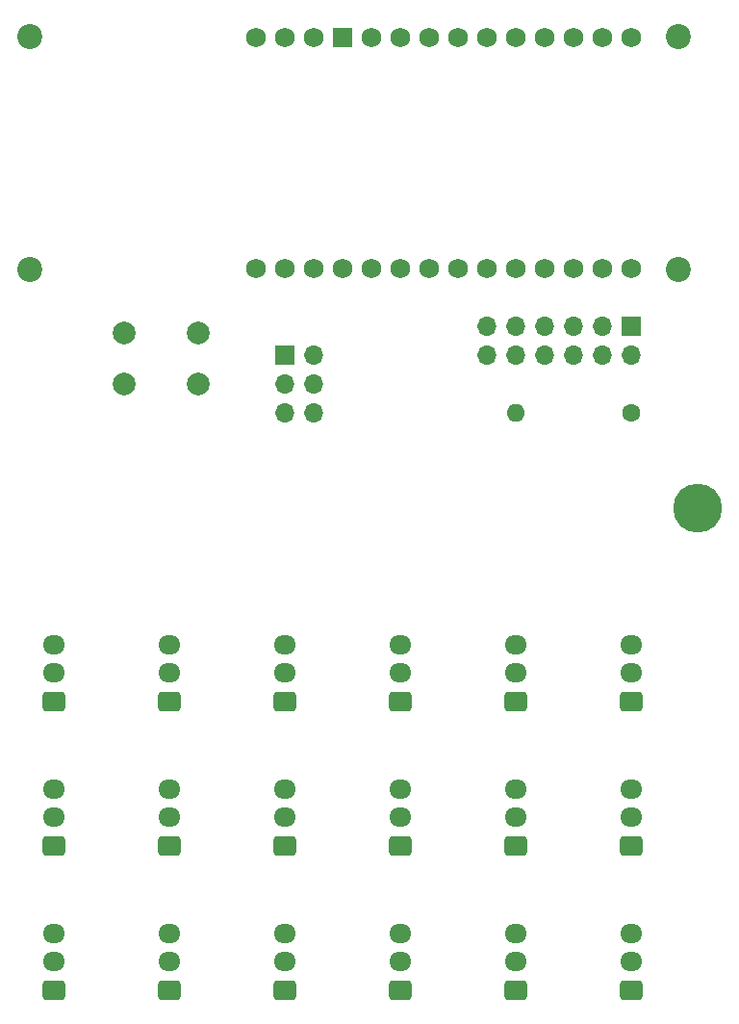
<source format=gbr>
%TF.GenerationSoftware,KiCad,Pcbnew,7.0.10-1.fc39*%
%TF.CreationDate,2024-02-14T22:36:15-06:00*%
%TF.ProjectId,mkr-sensor-shield,6d6b722d-7365-46e7-936f-722d73686965,rev?*%
%TF.SameCoordinates,Original*%
%TF.FileFunction,Soldermask,Top*%
%TF.FilePolarity,Negative*%
%FSLAX46Y46*%
G04 Gerber Fmt 4.6, Leading zero omitted, Abs format (unit mm)*
G04 Created by KiCad (PCBNEW 7.0.10-1.fc39) date 2024-02-14 22:36:15*
%MOMM*%
%LPD*%
G01*
G04 APERTURE LIST*
G04 Aperture macros list*
%AMRoundRect*
0 Rectangle with rounded corners*
0 $1 Rounding radius*
0 $2 $3 $4 $5 $6 $7 $8 $9 X,Y pos of 4 corners*
0 Add a 4 corners polygon primitive as box body*
4,1,4,$2,$3,$4,$5,$6,$7,$8,$9,$2,$3,0*
0 Add four circle primitives for the rounded corners*
1,1,$1+$1,$2,$3*
1,1,$1+$1,$4,$5*
1,1,$1+$1,$6,$7*
1,1,$1+$1,$8,$9*
0 Add four rect primitives between the rounded corners*
20,1,$1+$1,$2,$3,$4,$5,0*
20,1,$1+$1,$4,$5,$6,$7,0*
20,1,$1+$1,$6,$7,$8,$9,0*
20,1,$1+$1,$8,$9,$2,$3,0*%
G04 Aperture macros list end*
%ADD10RoundRect,0.250000X0.725000X-0.600000X0.725000X0.600000X-0.725000X0.600000X-0.725000X-0.600000X0*%
%ADD11O,1.950000X1.700000*%
%ADD12C,4.300000*%
%ADD13C,2.000000*%
%ADD14C,2.200000*%
%ADD15C,1.727200*%
%ADD16R,1.727200X1.727200*%
%ADD17R,1.700000X1.700000*%
%ADD18O,1.700000X1.700000*%
%ADD19C,1.600000*%
%ADD20O,1.600000X1.600000*%
G04 APERTURE END LIST*
D10*
%TO.C,J5*%
X164110001Y-141125001D03*
D11*
X164110001Y-138625001D03*
X164110001Y-136125001D03*
%TD*%
D10*
%TO.C,J10*%
X143790001Y-128425001D03*
D11*
X143790001Y-125925001D03*
X143790001Y-123425001D03*
%TD*%
D10*
%TO.C,J18*%
X153950001Y-115725001D03*
D11*
X153950001Y-113225001D03*
X153950001Y-110725001D03*
%TD*%
D10*
%TO.C,J15*%
X184430001Y-115725001D03*
D11*
X184430001Y-113225001D03*
X184430001Y-110725001D03*
%TD*%
D12*
%TO.C,H1*%
X190210001Y-98765001D03*
%TD*%
D13*
%TO.C,SW1*%
X139804801Y-83335001D03*
X146304801Y-83335001D03*
X139804801Y-87835001D03*
X146304801Y-87835001D03*
%TD*%
D10*
%TO.C,J7*%
X184430001Y-141125001D03*
D11*
X184430001Y-138625001D03*
X184430001Y-136125001D03*
%TD*%
D10*
%TO.C,J9*%
X133630001Y-128425001D03*
D11*
X133630001Y-125925001D03*
X133630001Y-123425001D03*
%TD*%
D10*
%TO.C,J16*%
X133630001Y-115725001D03*
D11*
X133630001Y-113225001D03*
X133630001Y-110725001D03*
%TD*%
D10*
%TO.C,J6*%
X174270001Y-141125001D03*
D11*
X174270001Y-138625001D03*
X174270001Y-136125001D03*
%TD*%
D14*
%TO.C,A1*%
X131510001Y-57265001D03*
X131510001Y-77765001D03*
X188510001Y-57265001D03*
X188510001Y-77765001D03*
D15*
X156474801Y-57355001D03*
X151394801Y-57355001D03*
X153934801Y-77675001D03*
X156474801Y-77675001D03*
X159014801Y-77675001D03*
X161554801Y-77675001D03*
X164094801Y-77675001D03*
X166634801Y-77675001D03*
X169174801Y-77675001D03*
X151394801Y-77675001D03*
X171714801Y-77675001D03*
X174254801Y-77675001D03*
X176794801Y-77675001D03*
X179334801Y-77675001D03*
X181874801Y-77675001D03*
X184414801Y-77675001D03*
X184414801Y-57355001D03*
X181874801Y-57355001D03*
X179334801Y-57355001D03*
X176794801Y-57355001D03*
X174254801Y-57355001D03*
X171714801Y-57355001D03*
X169174801Y-57355001D03*
X166634801Y-57355001D03*
X164094801Y-57355001D03*
D16*
X159014801Y-57355001D03*
D15*
X161554801Y-57355001D03*
X153934801Y-57355001D03*
%TD*%
D10*
%TO.C,J17*%
X143790001Y-115725001D03*
D11*
X143790001Y-113225001D03*
X143790001Y-110725001D03*
%TD*%
D10*
%TO.C,J3*%
X143790001Y-141125001D03*
D11*
X143790001Y-138625001D03*
X143790001Y-136125001D03*
%TD*%
D10*
%TO.C,J8*%
X184430001Y-128425001D03*
D11*
X184430001Y-125925001D03*
X184430001Y-123425001D03*
%TD*%
D10*
%TO.C,J2*%
X133630001Y-141125001D03*
D11*
X133630001Y-138625001D03*
X133630001Y-136125001D03*
%TD*%
D10*
%TO.C,J14*%
X174270001Y-115725001D03*
D11*
X174270001Y-113225001D03*
X174270001Y-110725001D03*
%TD*%
D10*
%TO.C,J19*%
X164110001Y-115725001D03*
D11*
X164110001Y-113225001D03*
X164110001Y-110725001D03*
%TD*%
D17*
%TO.C,J1*%
X184414801Y-82755001D03*
D18*
X184414801Y-85295001D03*
X181874801Y-82755001D03*
X181874801Y-85295001D03*
X179334801Y-82755001D03*
X179334801Y-85295001D03*
X176794801Y-82755001D03*
X176794801Y-85295001D03*
X174254801Y-82755001D03*
X174254801Y-85295001D03*
X171714801Y-82755001D03*
X171714801Y-85295001D03*
%TD*%
D10*
%TO.C,J12*%
X164110001Y-128425001D03*
D11*
X164110001Y-125925001D03*
X164110001Y-123425001D03*
%TD*%
D10*
%TO.C,J11*%
X153950001Y-128425001D03*
D11*
X153950001Y-125925001D03*
X153950001Y-123425001D03*
%TD*%
D10*
%TO.C,J4*%
X153950001Y-141125001D03*
D11*
X153950001Y-138625001D03*
X153950001Y-136125001D03*
%TD*%
D19*
%TO.C,R1*%
X184404801Y-90375001D03*
D20*
X174244801Y-90375001D03*
%TD*%
D10*
%TO.C,J13*%
X174270001Y-128425001D03*
D11*
X174270001Y-125925001D03*
X174270001Y-123425001D03*
%TD*%
D17*
%TO.C,J20*%
X153924801Y-85295001D03*
D18*
X156464801Y-85295001D03*
X153924801Y-87835001D03*
X156464801Y-87835001D03*
X153924801Y-90375001D03*
X156464801Y-90375001D03*
%TD*%
M02*

</source>
